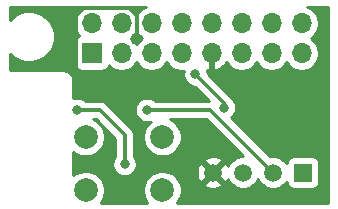
<source format=gbr>
%TF.GenerationSoftware,KiCad,Pcbnew,(5.1.7)-1*%
%TF.CreationDate,2021-01-13T16:49:05-03:00*%
%TF.ProjectId,Raspberry Pi Hat,52617370-6265-4727-9279-205069204861,-*%
%TF.SameCoordinates,Original*%
%TF.FileFunction,Copper,L2,Bot*%
%TF.FilePolarity,Positive*%
%FSLAX46Y46*%
G04 Gerber Fmt 4.6, Leading zero omitted, Abs format (unit mm)*
G04 Created by KiCad (PCBNEW (5.1.7)-1) date 2021-01-13 16:49:05*
%MOMM*%
%LPD*%
G01*
G04 APERTURE LIST*
%TA.AperFunction,ComponentPad*%
%ADD10C,2.000000*%
%TD*%
%TA.AperFunction,ComponentPad*%
%ADD11R,1.700000X1.700000*%
%TD*%
%TA.AperFunction,ComponentPad*%
%ADD12O,1.700000X1.700000*%
%TD*%
%TA.AperFunction,ComponentPad*%
%ADD13R,1.500000X1.500000*%
%TD*%
%TA.AperFunction,ComponentPad*%
%ADD14C,1.500000*%
%TD*%
%TA.AperFunction,ViaPad*%
%ADD15C,1.000000*%
%TD*%
%TA.AperFunction,ViaPad*%
%ADD16C,0.800000*%
%TD*%
%TA.AperFunction,Conductor*%
%ADD17C,0.300000*%
%TD*%
%TA.AperFunction,Conductor*%
%ADD18C,0.254000*%
%TD*%
%TA.AperFunction,Conductor*%
%ADD19C,0.100000*%
%TD*%
G04 APERTURE END LIST*
D10*
%TO.P,SW1,1*%
%TO.N,/3V3*%
X111400000Y-83800000D03*
%TO.P,SW1,2*%
%TO.N,/BUTTON*%
X111400000Y-88300000D03*
%TO.P,SW1,1*%
%TO.N,/3V3*%
X104900000Y-83800000D03*
%TO.P,SW1,2*%
%TO.N,/BUTTON*%
X104900000Y-88300000D03*
%TD*%
D11*
%TO.P,J1,1*%
%TO.N,/3V3*%
X105400000Y-76700000D03*
D12*
%TO.P,J1,2*%
%TO.N,N/C*%
X105400000Y-74160000D03*
%TO.P,J1,3*%
X107940000Y-76700000D03*
%TO.P,J1,4*%
X107940000Y-74160000D03*
%TO.P,J1,5*%
X110480000Y-76700000D03*
%TO.P,J1,6*%
%TO.N,GND*%
X110480000Y-74160000D03*
%TO.P,J1,7*%
%TO.N,Net-(J1-Pad7)*%
X113020000Y-76700000D03*
%TO.P,J1,8*%
%TO.N,/BUTTON*%
X113020000Y-74160000D03*
%TO.P,J1,9*%
%TO.N,GND*%
X115560000Y-76700000D03*
%TO.P,J1,10*%
%TO.N,N/C*%
X115560000Y-74160000D03*
%TO.P,J1,11*%
%TO.N,/DHT*%
X118100000Y-76700000D03*
%TO.P,J1,12*%
%TO.N,N/C*%
X118100000Y-74160000D03*
%TO.P,J1,13*%
X120640000Y-76700000D03*
%TO.P,J1,14*%
%TO.N,GND*%
X120640000Y-74160000D03*
%TO.P,J1,15*%
%TO.N,N/C*%
X123180000Y-76700000D03*
%TO.P,J1,16*%
X123180000Y-74160000D03*
%TD*%
D13*
%TO.P,U1,1*%
%TO.N,/3V3*%
X123300000Y-86800000D03*
D14*
%TO.P,U1,2*%
%TO.N,/DHT*%
X120760000Y-86800000D03*
%TO.P,U1,3*%
%TO.N,N/C*%
X118220000Y-86800000D03*
%TO.P,U1,4*%
%TO.N,GND*%
X115680000Y-86800000D03*
%TD*%
D15*
%TO.N,GND*%
X109200000Y-75500000D03*
X107800000Y-79900000D03*
D16*
%TO.N,Net-(J1-Pad7)*%
X114200000Y-78500000D03*
X116600000Y-81300000D03*
%TO.N,/DHT*%
X110100000Y-81500000D03*
%TO.N,/BUTTON*%
X108200000Y-86100000D03*
X104200000Y-81500000D03*
%TD*%
D17*
%TO.N,GND*%
X109240001Y-75459999D02*
X109200000Y-75500000D01*
X109240001Y-73535999D02*
X109240001Y-75459999D01*
X108564001Y-72859999D02*
X109240001Y-73535999D01*
X104775999Y-72859999D02*
X108564001Y-72859999D01*
X104099999Y-73535999D02*
X104775999Y-72859999D01*
X104099999Y-77910001D02*
X104099999Y-73535999D01*
X106089998Y-79900000D02*
X104099999Y-77910001D01*
X107800000Y-79900000D02*
X106089998Y-79900000D01*
%TO.N,Net-(J1-Pad7)*%
X116600000Y-80900000D02*
X116600000Y-81300000D01*
X114200000Y-78500000D02*
X116600000Y-80900000D01*
%TO.N,/BUTTON*%
X104200000Y-81500000D02*
X106100000Y-81500000D01*
X108200000Y-83600000D02*
X108200000Y-86100000D01*
X106100000Y-81500000D02*
X108200000Y-83600000D01*
%TO.N,/DHT*%
X115460000Y-81500000D02*
X120760000Y-86800000D01*
X110100000Y-81500000D02*
X115460000Y-81500000D01*
%TD*%
D18*
%TO.N,GND*%
X104696589Y-72844010D02*
X104453368Y-73006525D01*
X104246525Y-73213368D01*
X104084010Y-73456589D01*
X103972068Y-73726842D01*
X103915000Y-74013740D01*
X103915000Y-74306260D01*
X103972068Y-74593158D01*
X104084010Y-74863411D01*
X104246525Y-75106632D01*
X104378380Y-75238487D01*
X104305820Y-75260498D01*
X104195506Y-75319463D01*
X104098815Y-75398815D01*
X104019463Y-75495506D01*
X103960498Y-75605820D01*
X103924188Y-75725518D01*
X103911928Y-75850000D01*
X103911928Y-77550000D01*
X103924188Y-77674482D01*
X103960498Y-77794180D01*
X104019463Y-77904494D01*
X104098815Y-78001185D01*
X104195506Y-78080537D01*
X104305820Y-78139502D01*
X104425518Y-78175812D01*
X104550000Y-78188072D01*
X106250000Y-78188072D01*
X106374482Y-78175812D01*
X106494180Y-78139502D01*
X106604494Y-78080537D01*
X106701185Y-78001185D01*
X106780537Y-77904494D01*
X106839502Y-77794180D01*
X106861513Y-77721620D01*
X106993368Y-77853475D01*
X107236589Y-78015990D01*
X107506842Y-78127932D01*
X107793740Y-78185000D01*
X108086260Y-78185000D01*
X108373158Y-78127932D01*
X108643411Y-78015990D01*
X108886632Y-77853475D01*
X109093475Y-77646632D01*
X109210000Y-77472240D01*
X109326525Y-77646632D01*
X109533368Y-77853475D01*
X109776589Y-78015990D01*
X110046842Y-78127932D01*
X110333740Y-78185000D01*
X110626260Y-78185000D01*
X110913158Y-78127932D01*
X111183411Y-78015990D01*
X111426632Y-77853475D01*
X111633475Y-77646632D01*
X111750000Y-77472240D01*
X111866525Y-77646632D01*
X112073368Y-77853475D01*
X112316589Y-78015990D01*
X112586842Y-78127932D01*
X112873740Y-78185000D01*
X113166260Y-78185000D01*
X113214147Y-78175475D01*
X113204774Y-78198102D01*
X113165000Y-78398061D01*
X113165000Y-78601939D01*
X113204774Y-78801898D01*
X113282795Y-78990256D01*
X113396063Y-79159774D01*
X113540226Y-79303937D01*
X113709744Y-79417205D01*
X113898102Y-79495226D01*
X114098061Y-79535000D01*
X114124843Y-79535000D01*
X115304843Y-80715000D01*
X110778711Y-80715000D01*
X110759774Y-80696063D01*
X110590256Y-80582795D01*
X110401898Y-80504774D01*
X110201939Y-80465000D01*
X109998061Y-80465000D01*
X109798102Y-80504774D01*
X109609744Y-80582795D01*
X109440226Y-80696063D01*
X109296063Y-80840226D01*
X109182795Y-81009744D01*
X109104774Y-81198102D01*
X109065000Y-81398061D01*
X109065000Y-81601939D01*
X109104774Y-81801898D01*
X109182795Y-81990256D01*
X109296063Y-82159774D01*
X109440226Y-82303937D01*
X109609744Y-82417205D01*
X109798102Y-82495226D01*
X109998061Y-82535000D01*
X110201939Y-82535000D01*
X110401898Y-82495226D01*
X110422716Y-82486603D01*
X110357748Y-82530013D01*
X110130013Y-82757748D01*
X109951082Y-83025537D01*
X109827832Y-83323088D01*
X109765000Y-83638967D01*
X109765000Y-83961033D01*
X109827832Y-84276912D01*
X109951082Y-84574463D01*
X110130013Y-84842252D01*
X110357748Y-85069987D01*
X110625537Y-85248918D01*
X110923088Y-85372168D01*
X111238967Y-85435000D01*
X111561033Y-85435000D01*
X111876912Y-85372168D01*
X112174463Y-85248918D01*
X112442252Y-85069987D01*
X112669987Y-84842252D01*
X112848918Y-84574463D01*
X112972168Y-84276912D01*
X113035000Y-83961033D01*
X113035000Y-83638967D01*
X112972168Y-83323088D01*
X112848918Y-83025537D01*
X112669987Y-82757748D01*
X112442252Y-82530013D01*
X112174463Y-82351082D01*
X112014927Y-82285000D01*
X115134843Y-82285000D01*
X118264843Y-85415000D01*
X118083589Y-85415000D01*
X117816011Y-85468225D01*
X117563957Y-85572629D01*
X117337114Y-85724201D01*
X117144201Y-85917114D01*
X116992629Y-86143957D01*
X116951489Y-86243279D01*
X116936277Y-86201168D01*
X116875860Y-86088137D01*
X116636993Y-86022612D01*
X115859605Y-86800000D01*
X116636993Y-87577388D01*
X116875860Y-87511863D01*
X116950164Y-87353523D01*
X116992629Y-87456043D01*
X117144201Y-87682886D01*
X117337114Y-87875799D01*
X117563957Y-88027371D01*
X117816011Y-88131775D01*
X118083589Y-88185000D01*
X118356411Y-88185000D01*
X118623989Y-88131775D01*
X118876043Y-88027371D01*
X119102886Y-87875799D01*
X119295799Y-87682886D01*
X119447371Y-87456043D01*
X119490000Y-87353127D01*
X119532629Y-87456043D01*
X119684201Y-87682886D01*
X119877114Y-87875799D01*
X120103957Y-88027371D01*
X120356011Y-88131775D01*
X120623589Y-88185000D01*
X120896411Y-88185000D01*
X121163989Y-88131775D01*
X121416043Y-88027371D01*
X121642886Y-87875799D01*
X121835799Y-87682886D01*
X121913555Y-87566517D01*
X121924188Y-87674482D01*
X121960498Y-87794180D01*
X122019463Y-87904494D01*
X122098815Y-88001185D01*
X122195506Y-88080537D01*
X122305820Y-88139502D01*
X122425518Y-88175812D01*
X122550000Y-88188072D01*
X124050000Y-88188072D01*
X124174482Y-88175812D01*
X124294180Y-88139502D01*
X124404494Y-88080537D01*
X124501185Y-88001185D01*
X124580537Y-87904494D01*
X124639502Y-87794180D01*
X124675812Y-87674482D01*
X124688072Y-87550000D01*
X124688072Y-86050000D01*
X124675812Y-85925518D01*
X124639502Y-85805820D01*
X124580537Y-85695506D01*
X124501185Y-85598815D01*
X124404494Y-85519463D01*
X124294180Y-85460498D01*
X124174482Y-85424188D01*
X124050000Y-85411928D01*
X122550000Y-85411928D01*
X122425518Y-85424188D01*
X122305820Y-85460498D01*
X122195506Y-85519463D01*
X122098815Y-85598815D01*
X122019463Y-85695506D01*
X121960498Y-85805820D01*
X121924188Y-85925518D01*
X121913555Y-86033483D01*
X121835799Y-85917114D01*
X121642886Y-85724201D01*
X121416043Y-85572629D01*
X121163989Y-85468225D01*
X120896411Y-85415000D01*
X120623589Y-85415000D01*
X120508125Y-85437968D01*
X117208413Y-82138256D01*
X117259774Y-82103937D01*
X117403937Y-81959774D01*
X117517205Y-81790256D01*
X117595226Y-81601898D01*
X117635000Y-81401939D01*
X117635000Y-81198061D01*
X117595226Y-80998102D01*
X117517205Y-80809744D01*
X117403937Y-80640226D01*
X117290750Y-80527039D01*
X117255862Y-80461767D01*
X117157764Y-80342236D01*
X117127811Y-80317654D01*
X115235000Y-78424843D01*
X115235000Y-78398061D01*
X115195226Y-78198102D01*
X115167267Y-78130604D01*
X115203110Y-78141476D01*
X115433000Y-78020155D01*
X115433000Y-76827000D01*
X115413000Y-76827000D01*
X115413000Y-76573000D01*
X115433000Y-76573000D01*
X115433000Y-76553000D01*
X115687000Y-76553000D01*
X115687000Y-76573000D01*
X115707000Y-76573000D01*
X115707000Y-76827000D01*
X115687000Y-76827000D01*
X115687000Y-78020155D01*
X115916890Y-78141476D01*
X116064099Y-78096825D01*
X116326920Y-77971641D01*
X116560269Y-77797588D01*
X116755178Y-77581355D01*
X116824805Y-77464466D01*
X116946525Y-77646632D01*
X117153368Y-77853475D01*
X117396589Y-78015990D01*
X117666842Y-78127932D01*
X117953740Y-78185000D01*
X118246260Y-78185000D01*
X118533158Y-78127932D01*
X118803411Y-78015990D01*
X119046632Y-77853475D01*
X119253475Y-77646632D01*
X119370000Y-77472240D01*
X119486525Y-77646632D01*
X119693368Y-77853475D01*
X119936589Y-78015990D01*
X120206842Y-78127932D01*
X120493740Y-78185000D01*
X120786260Y-78185000D01*
X121073158Y-78127932D01*
X121343411Y-78015990D01*
X121586632Y-77853475D01*
X121793475Y-77646632D01*
X121910000Y-77472240D01*
X122026525Y-77646632D01*
X122233368Y-77853475D01*
X122476589Y-78015990D01*
X122746842Y-78127932D01*
X123033740Y-78185000D01*
X123326260Y-78185000D01*
X123613158Y-78127932D01*
X123883411Y-78015990D01*
X124126632Y-77853475D01*
X124333475Y-77646632D01*
X124495990Y-77403411D01*
X124607932Y-77133158D01*
X124665000Y-76846260D01*
X124665000Y-76553740D01*
X124607932Y-76266842D01*
X124495990Y-75996589D01*
X124333475Y-75753368D01*
X124126632Y-75546525D01*
X123952240Y-75430000D01*
X124126632Y-75313475D01*
X124333475Y-75106632D01*
X124495990Y-74863411D01*
X124607932Y-74593158D01*
X124665000Y-74306260D01*
X124665000Y-74013740D01*
X124607932Y-73726842D01*
X124495990Y-73456589D01*
X124333475Y-73213368D01*
X124126632Y-73006525D01*
X123883411Y-72844010D01*
X123680592Y-72760000D01*
X125440000Y-72760000D01*
X125440001Y-89340000D01*
X112671492Y-89340000D01*
X112848918Y-89074463D01*
X112972168Y-88776912D01*
X113035000Y-88461033D01*
X113035000Y-88138967D01*
X112972168Y-87823088D01*
X112944791Y-87756993D01*
X114902612Y-87756993D01*
X114968137Y-87995860D01*
X115215116Y-88111760D01*
X115479960Y-88177250D01*
X115752492Y-88189812D01*
X116022238Y-88148965D01*
X116278832Y-88056277D01*
X116391863Y-87995860D01*
X116457388Y-87756993D01*
X115680000Y-86979605D01*
X114902612Y-87756993D01*
X112944791Y-87756993D01*
X112848918Y-87525537D01*
X112669987Y-87257748D01*
X112442252Y-87030013D01*
X112206506Y-86872492D01*
X114290188Y-86872492D01*
X114331035Y-87142238D01*
X114423723Y-87398832D01*
X114484140Y-87511863D01*
X114723007Y-87577388D01*
X115500395Y-86800000D01*
X114723007Y-86022612D01*
X114484140Y-86088137D01*
X114368240Y-86335116D01*
X114302750Y-86599960D01*
X114290188Y-86872492D01*
X112206506Y-86872492D01*
X112174463Y-86851082D01*
X111876912Y-86727832D01*
X111561033Y-86665000D01*
X111238967Y-86665000D01*
X110923088Y-86727832D01*
X110625537Y-86851082D01*
X110357748Y-87030013D01*
X110130013Y-87257748D01*
X109951082Y-87525537D01*
X109827832Y-87823088D01*
X109765000Y-88138967D01*
X109765000Y-88461033D01*
X109827832Y-88776912D01*
X109951082Y-89074463D01*
X110128508Y-89340000D01*
X106171492Y-89340000D01*
X106348918Y-89074463D01*
X106472168Y-88776912D01*
X106535000Y-88461033D01*
X106535000Y-88138967D01*
X106472168Y-87823088D01*
X106348918Y-87525537D01*
X106169987Y-87257748D01*
X105942252Y-87030013D01*
X105674463Y-86851082D01*
X105376912Y-86727832D01*
X105061033Y-86665000D01*
X104738967Y-86665000D01*
X104423088Y-86727832D01*
X104125537Y-86851082D01*
X103860000Y-87028508D01*
X103860000Y-85071492D01*
X104125537Y-85248918D01*
X104423088Y-85372168D01*
X104738967Y-85435000D01*
X105061033Y-85435000D01*
X105376912Y-85372168D01*
X105674463Y-85248918D01*
X105942252Y-85069987D01*
X106169987Y-84842252D01*
X106348918Y-84574463D01*
X106472168Y-84276912D01*
X106535000Y-83961033D01*
X106535000Y-83638967D01*
X106472168Y-83323088D01*
X106348918Y-83025537D01*
X106169987Y-82757748D01*
X105942252Y-82530013D01*
X105674463Y-82351082D01*
X105514927Y-82285000D01*
X105774843Y-82285000D01*
X107415000Y-83925158D01*
X107415001Y-85421288D01*
X107396063Y-85440226D01*
X107282795Y-85609744D01*
X107204774Y-85798102D01*
X107165000Y-85998061D01*
X107165000Y-86201939D01*
X107204774Y-86401898D01*
X107282795Y-86590256D01*
X107396063Y-86759774D01*
X107540226Y-86903937D01*
X107709744Y-87017205D01*
X107898102Y-87095226D01*
X108098061Y-87135000D01*
X108301939Y-87135000D01*
X108501898Y-87095226D01*
X108690256Y-87017205D01*
X108859774Y-86903937D01*
X109003937Y-86759774D01*
X109117205Y-86590256D01*
X109195226Y-86401898D01*
X109235000Y-86201939D01*
X109235000Y-85998061D01*
X109204159Y-85843007D01*
X114902612Y-85843007D01*
X115680000Y-86620395D01*
X116457388Y-85843007D01*
X116391863Y-85604140D01*
X116144884Y-85488240D01*
X115880040Y-85422750D01*
X115607508Y-85410188D01*
X115337762Y-85451035D01*
X115081168Y-85543723D01*
X114968137Y-85604140D01*
X114902612Y-85843007D01*
X109204159Y-85843007D01*
X109195226Y-85798102D01*
X109117205Y-85609744D01*
X109003937Y-85440226D01*
X108985000Y-85421289D01*
X108985000Y-83638552D01*
X108988797Y-83599999D01*
X108985000Y-83561446D01*
X108985000Y-83561439D01*
X108973641Y-83446113D01*
X108928754Y-83298140D01*
X108855862Y-83161767D01*
X108757764Y-83042236D01*
X108727817Y-83017659D01*
X106682347Y-80972190D01*
X106657764Y-80942236D01*
X106538233Y-80844138D01*
X106401860Y-80771246D01*
X106253887Y-80726359D01*
X106138561Y-80715000D01*
X106138553Y-80715000D01*
X106100000Y-80711203D01*
X106061447Y-80715000D01*
X104878711Y-80715000D01*
X104859774Y-80696063D01*
X104690256Y-80582795D01*
X104501898Y-80504774D01*
X104301939Y-80465000D01*
X104098061Y-80465000D01*
X103898102Y-80504774D01*
X103860000Y-80520556D01*
X103860000Y-78967581D01*
X103857271Y-78939877D01*
X103857279Y-78938789D01*
X103856380Y-78929618D01*
X103854488Y-78911619D01*
X103850450Y-78870617D01*
X103843359Y-78847242D01*
X103840276Y-78832222D01*
X103829064Y-78773443D01*
X103826400Y-78764621D01*
X103814858Y-78727334D01*
X103791686Y-78672208D01*
X103769271Y-78616727D01*
X103764944Y-78608591D01*
X103764943Y-78608588D01*
X103764940Y-78608583D01*
X103746379Y-78574254D01*
X103712928Y-78524661D01*
X103680165Y-78474594D01*
X103674340Y-78467453D01*
X103649459Y-78437378D01*
X103607020Y-78395235D01*
X103565162Y-78352492D01*
X103558061Y-78346618D01*
X103527812Y-78321949D01*
X103478042Y-78288883D01*
X103428638Y-78255054D01*
X103420531Y-78250672D01*
X103386067Y-78232347D01*
X103330785Y-78209561D01*
X103275782Y-78185986D01*
X103266979Y-78183261D01*
X103229612Y-78171979D01*
X103170927Y-78160359D01*
X103151175Y-78156161D01*
X103129383Y-78149550D01*
X103105888Y-78147236D01*
X103103252Y-78146959D01*
X103064405Y-78143150D01*
X103064402Y-78143150D01*
X103032419Y-78140000D01*
X98460000Y-78140000D01*
X98460000Y-76728140D01*
X98717023Y-76985163D01*
X99072355Y-77222588D01*
X99467179Y-77386130D01*
X99886323Y-77469503D01*
X100313677Y-77469503D01*
X100732821Y-77386130D01*
X101127645Y-77222588D01*
X101482977Y-76985163D01*
X101785163Y-76682977D01*
X102022588Y-76327645D01*
X102186130Y-75932821D01*
X102269503Y-75513677D01*
X102269503Y-75086323D01*
X102186130Y-74667179D01*
X102022588Y-74272355D01*
X101785163Y-73917023D01*
X101482977Y-73614837D01*
X101127645Y-73377412D01*
X100732821Y-73213870D01*
X100313677Y-73130497D01*
X99886323Y-73130497D01*
X99467179Y-73213870D01*
X99072355Y-73377412D01*
X98717023Y-73614837D01*
X98460000Y-73871860D01*
X98460000Y-72760000D01*
X104899408Y-72760000D01*
X104696589Y-72844010D01*
%TA.AperFunction,Conductor*%
D19*
G36*
X104696589Y-72844010D02*
G01*
X104453368Y-73006525D01*
X104246525Y-73213368D01*
X104084010Y-73456589D01*
X103972068Y-73726842D01*
X103915000Y-74013740D01*
X103915000Y-74306260D01*
X103972068Y-74593158D01*
X104084010Y-74863411D01*
X104246525Y-75106632D01*
X104378380Y-75238487D01*
X104305820Y-75260498D01*
X104195506Y-75319463D01*
X104098815Y-75398815D01*
X104019463Y-75495506D01*
X103960498Y-75605820D01*
X103924188Y-75725518D01*
X103911928Y-75850000D01*
X103911928Y-77550000D01*
X103924188Y-77674482D01*
X103960498Y-77794180D01*
X104019463Y-77904494D01*
X104098815Y-78001185D01*
X104195506Y-78080537D01*
X104305820Y-78139502D01*
X104425518Y-78175812D01*
X104550000Y-78188072D01*
X106250000Y-78188072D01*
X106374482Y-78175812D01*
X106494180Y-78139502D01*
X106604494Y-78080537D01*
X106701185Y-78001185D01*
X106780537Y-77904494D01*
X106839502Y-77794180D01*
X106861513Y-77721620D01*
X106993368Y-77853475D01*
X107236589Y-78015990D01*
X107506842Y-78127932D01*
X107793740Y-78185000D01*
X108086260Y-78185000D01*
X108373158Y-78127932D01*
X108643411Y-78015990D01*
X108886632Y-77853475D01*
X109093475Y-77646632D01*
X109210000Y-77472240D01*
X109326525Y-77646632D01*
X109533368Y-77853475D01*
X109776589Y-78015990D01*
X110046842Y-78127932D01*
X110333740Y-78185000D01*
X110626260Y-78185000D01*
X110913158Y-78127932D01*
X111183411Y-78015990D01*
X111426632Y-77853475D01*
X111633475Y-77646632D01*
X111750000Y-77472240D01*
X111866525Y-77646632D01*
X112073368Y-77853475D01*
X112316589Y-78015990D01*
X112586842Y-78127932D01*
X112873740Y-78185000D01*
X113166260Y-78185000D01*
X113214147Y-78175475D01*
X113204774Y-78198102D01*
X113165000Y-78398061D01*
X113165000Y-78601939D01*
X113204774Y-78801898D01*
X113282795Y-78990256D01*
X113396063Y-79159774D01*
X113540226Y-79303937D01*
X113709744Y-79417205D01*
X113898102Y-79495226D01*
X114098061Y-79535000D01*
X114124843Y-79535000D01*
X115304843Y-80715000D01*
X110778711Y-80715000D01*
X110759774Y-80696063D01*
X110590256Y-80582795D01*
X110401898Y-80504774D01*
X110201939Y-80465000D01*
X109998061Y-80465000D01*
X109798102Y-80504774D01*
X109609744Y-80582795D01*
X109440226Y-80696063D01*
X109296063Y-80840226D01*
X109182795Y-81009744D01*
X109104774Y-81198102D01*
X109065000Y-81398061D01*
X109065000Y-81601939D01*
X109104774Y-81801898D01*
X109182795Y-81990256D01*
X109296063Y-82159774D01*
X109440226Y-82303937D01*
X109609744Y-82417205D01*
X109798102Y-82495226D01*
X109998061Y-82535000D01*
X110201939Y-82535000D01*
X110401898Y-82495226D01*
X110422716Y-82486603D01*
X110357748Y-82530013D01*
X110130013Y-82757748D01*
X109951082Y-83025537D01*
X109827832Y-83323088D01*
X109765000Y-83638967D01*
X109765000Y-83961033D01*
X109827832Y-84276912D01*
X109951082Y-84574463D01*
X110130013Y-84842252D01*
X110357748Y-85069987D01*
X110625537Y-85248918D01*
X110923088Y-85372168D01*
X111238967Y-85435000D01*
X111561033Y-85435000D01*
X111876912Y-85372168D01*
X112174463Y-85248918D01*
X112442252Y-85069987D01*
X112669987Y-84842252D01*
X112848918Y-84574463D01*
X112972168Y-84276912D01*
X113035000Y-83961033D01*
X113035000Y-83638967D01*
X112972168Y-83323088D01*
X112848918Y-83025537D01*
X112669987Y-82757748D01*
X112442252Y-82530013D01*
X112174463Y-82351082D01*
X112014927Y-82285000D01*
X115134843Y-82285000D01*
X118264843Y-85415000D01*
X118083589Y-85415000D01*
X117816011Y-85468225D01*
X117563957Y-85572629D01*
X117337114Y-85724201D01*
X117144201Y-85917114D01*
X116992629Y-86143957D01*
X116951489Y-86243279D01*
X116936277Y-86201168D01*
X116875860Y-86088137D01*
X116636993Y-86022612D01*
X115859605Y-86800000D01*
X116636993Y-87577388D01*
X116875860Y-87511863D01*
X116950164Y-87353523D01*
X116992629Y-87456043D01*
X117144201Y-87682886D01*
X117337114Y-87875799D01*
X117563957Y-88027371D01*
X117816011Y-88131775D01*
X118083589Y-88185000D01*
X118356411Y-88185000D01*
X118623989Y-88131775D01*
X118876043Y-88027371D01*
X119102886Y-87875799D01*
X119295799Y-87682886D01*
X119447371Y-87456043D01*
X119490000Y-87353127D01*
X119532629Y-87456043D01*
X119684201Y-87682886D01*
X119877114Y-87875799D01*
X120103957Y-88027371D01*
X120356011Y-88131775D01*
X120623589Y-88185000D01*
X120896411Y-88185000D01*
X121163989Y-88131775D01*
X121416043Y-88027371D01*
X121642886Y-87875799D01*
X121835799Y-87682886D01*
X121913555Y-87566517D01*
X121924188Y-87674482D01*
X121960498Y-87794180D01*
X122019463Y-87904494D01*
X122098815Y-88001185D01*
X122195506Y-88080537D01*
X122305820Y-88139502D01*
X122425518Y-88175812D01*
X122550000Y-88188072D01*
X124050000Y-88188072D01*
X124174482Y-88175812D01*
X124294180Y-88139502D01*
X124404494Y-88080537D01*
X124501185Y-88001185D01*
X124580537Y-87904494D01*
X124639502Y-87794180D01*
X124675812Y-87674482D01*
X124688072Y-87550000D01*
X124688072Y-86050000D01*
X124675812Y-85925518D01*
X124639502Y-85805820D01*
X124580537Y-85695506D01*
X124501185Y-85598815D01*
X124404494Y-85519463D01*
X124294180Y-85460498D01*
X124174482Y-85424188D01*
X124050000Y-85411928D01*
X122550000Y-85411928D01*
X122425518Y-85424188D01*
X122305820Y-85460498D01*
X122195506Y-85519463D01*
X122098815Y-85598815D01*
X122019463Y-85695506D01*
X121960498Y-85805820D01*
X121924188Y-85925518D01*
X121913555Y-86033483D01*
X121835799Y-85917114D01*
X121642886Y-85724201D01*
X121416043Y-85572629D01*
X121163989Y-85468225D01*
X120896411Y-85415000D01*
X120623589Y-85415000D01*
X120508125Y-85437968D01*
X117208413Y-82138256D01*
X117259774Y-82103937D01*
X117403937Y-81959774D01*
X117517205Y-81790256D01*
X117595226Y-81601898D01*
X117635000Y-81401939D01*
X117635000Y-81198061D01*
X117595226Y-80998102D01*
X117517205Y-80809744D01*
X117403937Y-80640226D01*
X117290750Y-80527039D01*
X117255862Y-80461767D01*
X117157764Y-80342236D01*
X117127811Y-80317654D01*
X115235000Y-78424843D01*
X115235000Y-78398061D01*
X115195226Y-78198102D01*
X115167267Y-78130604D01*
X115203110Y-78141476D01*
X115433000Y-78020155D01*
X115433000Y-76827000D01*
X115413000Y-76827000D01*
X115413000Y-76573000D01*
X115433000Y-76573000D01*
X115433000Y-76553000D01*
X115687000Y-76553000D01*
X115687000Y-76573000D01*
X115707000Y-76573000D01*
X115707000Y-76827000D01*
X115687000Y-76827000D01*
X115687000Y-78020155D01*
X115916890Y-78141476D01*
X116064099Y-78096825D01*
X116326920Y-77971641D01*
X116560269Y-77797588D01*
X116755178Y-77581355D01*
X116824805Y-77464466D01*
X116946525Y-77646632D01*
X117153368Y-77853475D01*
X117396589Y-78015990D01*
X117666842Y-78127932D01*
X117953740Y-78185000D01*
X118246260Y-78185000D01*
X118533158Y-78127932D01*
X118803411Y-78015990D01*
X119046632Y-77853475D01*
X119253475Y-77646632D01*
X119370000Y-77472240D01*
X119486525Y-77646632D01*
X119693368Y-77853475D01*
X119936589Y-78015990D01*
X120206842Y-78127932D01*
X120493740Y-78185000D01*
X120786260Y-78185000D01*
X121073158Y-78127932D01*
X121343411Y-78015990D01*
X121586632Y-77853475D01*
X121793475Y-77646632D01*
X121910000Y-77472240D01*
X122026525Y-77646632D01*
X122233368Y-77853475D01*
X122476589Y-78015990D01*
X122746842Y-78127932D01*
X123033740Y-78185000D01*
X123326260Y-78185000D01*
X123613158Y-78127932D01*
X123883411Y-78015990D01*
X124126632Y-77853475D01*
X124333475Y-77646632D01*
X124495990Y-77403411D01*
X124607932Y-77133158D01*
X124665000Y-76846260D01*
X124665000Y-76553740D01*
X124607932Y-76266842D01*
X124495990Y-75996589D01*
X124333475Y-75753368D01*
X124126632Y-75546525D01*
X123952240Y-75430000D01*
X124126632Y-75313475D01*
X124333475Y-75106632D01*
X124495990Y-74863411D01*
X124607932Y-74593158D01*
X124665000Y-74306260D01*
X124665000Y-74013740D01*
X124607932Y-73726842D01*
X124495990Y-73456589D01*
X124333475Y-73213368D01*
X124126632Y-73006525D01*
X123883411Y-72844010D01*
X123680592Y-72760000D01*
X125440000Y-72760000D01*
X125440001Y-89340000D01*
X112671492Y-89340000D01*
X112848918Y-89074463D01*
X112972168Y-88776912D01*
X113035000Y-88461033D01*
X113035000Y-88138967D01*
X112972168Y-87823088D01*
X112944791Y-87756993D01*
X114902612Y-87756993D01*
X114968137Y-87995860D01*
X115215116Y-88111760D01*
X115479960Y-88177250D01*
X115752492Y-88189812D01*
X116022238Y-88148965D01*
X116278832Y-88056277D01*
X116391863Y-87995860D01*
X116457388Y-87756993D01*
X115680000Y-86979605D01*
X114902612Y-87756993D01*
X112944791Y-87756993D01*
X112848918Y-87525537D01*
X112669987Y-87257748D01*
X112442252Y-87030013D01*
X112206506Y-86872492D01*
X114290188Y-86872492D01*
X114331035Y-87142238D01*
X114423723Y-87398832D01*
X114484140Y-87511863D01*
X114723007Y-87577388D01*
X115500395Y-86800000D01*
X114723007Y-86022612D01*
X114484140Y-86088137D01*
X114368240Y-86335116D01*
X114302750Y-86599960D01*
X114290188Y-86872492D01*
X112206506Y-86872492D01*
X112174463Y-86851082D01*
X111876912Y-86727832D01*
X111561033Y-86665000D01*
X111238967Y-86665000D01*
X110923088Y-86727832D01*
X110625537Y-86851082D01*
X110357748Y-87030013D01*
X110130013Y-87257748D01*
X109951082Y-87525537D01*
X109827832Y-87823088D01*
X109765000Y-88138967D01*
X109765000Y-88461033D01*
X109827832Y-88776912D01*
X109951082Y-89074463D01*
X110128508Y-89340000D01*
X106171492Y-89340000D01*
X106348918Y-89074463D01*
X106472168Y-88776912D01*
X106535000Y-88461033D01*
X106535000Y-88138967D01*
X106472168Y-87823088D01*
X106348918Y-87525537D01*
X106169987Y-87257748D01*
X105942252Y-87030013D01*
X105674463Y-86851082D01*
X105376912Y-86727832D01*
X105061033Y-86665000D01*
X104738967Y-86665000D01*
X104423088Y-86727832D01*
X104125537Y-86851082D01*
X103860000Y-87028508D01*
X103860000Y-85071492D01*
X104125537Y-85248918D01*
X104423088Y-85372168D01*
X104738967Y-85435000D01*
X105061033Y-85435000D01*
X105376912Y-85372168D01*
X105674463Y-85248918D01*
X105942252Y-85069987D01*
X106169987Y-84842252D01*
X106348918Y-84574463D01*
X106472168Y-84276912D01*
X106535000Y-83961033D01*
X106535000Y-83638967D01*
X106472168Y-83323088D01*
X106348918Y-83025537D01*
X106169987Y-82757748D01*
X105942252Y-82530013D01*
X105674463Y-82351082D01*
X105514927Y-82285000D01*
X105774843Y-82285000D01*
X107415000Y-83925158D01*
X107415001Y-85421288D01*
X107396063Y-85440226D01*
X107282795Y-85609744D01*
X107204774Y-85798102D01*
X107165000Y-85998061D01*
X107165000Y-86201939D01*
X107204774Y-86401898D01*
X107282795Y-86590256D01*
X107396063Y-86759774D01*
X107540226Y-86903937D01*
X107709744Y-87017205D01*
X107898102Y-87095226D01*
X108098061Y-87135000D01*
X108301939Y-87135000D01*
X108501898Y-87095226D01*
X108690256Y-87017205D01*
X108859774Y-86903937D01*
X109003937Y-86759774D01*
X109117205Y-86590256D01*
X109195226Y-86401898D01*
X109235000Y-86201939D01*
X109235000Y-85998061D01*
X109204159Y-85843007D01*
X114902612Y-85843007D01*
X115680000Y-86620395D01*
X116457388Y-85843007D01*
X116391863Y-85604140D01*
X116144884Y-85488240D01*
X115880040Y-85422750D01*
X115607508Y-85410188D01*
X115337762Y-85451035D01*
X115081168Y-85543723D01*
X114968137Y-85604140D01*
X114902612Y-85843007D01*
X109204159Y-85843007D01*
X109195226Y-85798102D01*
X109117205Y-85609744D01*
X109003937Y-85440226D01*
X108985000Y-85421289D01*
X108985000Y-83638552D01*
X108988797Y-83599999D01*
X108985000Y-83561446D01*
X108985000Y-83561439D01*
X108973641Y-83446113D01*
X108928754Y-83298140D01*
X108855862Y-83161767D01*
X108757764Y-83042236D01*
X108727817Y-83017659D01*
X106682347Y-80972190D01*
X106657764Y-80942236D01*
X106538233Y-80844138D01*
X106401860Y-80771246D01*
X106253887Y-80726359D01*
X106138561Y-80715000D01*
X106138553Y-80715000D01*
X106100000Y-80711203D01*
X106061447Y-80715000D01*
X104878711Y-80715000D01*
X104859774Y-80696063D01*
X104690256Y-80582795D01*
X104501898Y-80504774D01*
X104301939Y-80465000D01*
X104098061Y-80465000D01*
X103898102Y-80504774D01*
X103860000Y-80520556D01*
X103860000Y-78967581D01*
X103857271Y-78939877D01*
X103857279Y-78938789D01*
X103856380Y-78929618D01*
X103854488Y-78911619D01*
X103850450Y-78870617D01*
X103843359Y-78847242D01*
X103840276Y-78832222D01*
X103829064Y-78773443D01*
X103826400Y-78764621D01*
X103814858Y-78727334D01*
X103791686Y-78672208D01*
X103769271Y-78616727D01*
X103764944Y-78608591D01*
X103764943Y-78608588D01*
X103764940Y-78608583D01*
X103746379Y-78574254D01*
X103712928Y-78524661D01*
X103680165Y-78474594D01*
X103674340Y-78467453D01*
X103649459Y-78437378D01*
X103607020Y-78395235D01*
X103565162Y-78352492D01*
X103558061Y-78346618D01*
X103527812Y-78321949D01*
X103478042Y-78288883D01*
X103428638Y-78255054D01*
X103420531Y-78250672D01*
X103386067Y-78232347D01*
X103330785Y-78209561D01*
X103275782Y-78185986D01*
X103266979Y-78183261D01*
X103229612Y-78171979D01*
X103170927Y-78160359D01*
X103151175Y-78156161D01*
X103129383Y-78149550D01*
X103105888Y-78147236D01*
X103103252Y-78146959D01*
X103064405Y-78143150D01*
X103064402Y-78143150D01*
X103032419Y-78140000D01*
X98460000Y-78140000D01*
X98460000Y-76728140D01*
X98717023Y-76985163D01*
X99072355Y-77222588D01*
X99467179Y-77386130D01*
X99886323Y-77469503D01*
X100313677Y-77469503D01*
X100732821Y-77386130D01*
X101127645Y-77222588D01*
X101482977Y-76985163D01*
X101785163Y-76682977D01*
X102022588Y-76327645D01*
X102186130Y-75932821D01*
X102269503Y-75513677D01*
X102269503Y-75086323D01*
X102186130Y-74667179D01*
X102022588Y-74272355D01*
X101785163Y-73917023D01*
X101482977Y-73614837D01*
X101127645Y-73377412D01*
X100732821Y-73213870D01*
X100313677Y-73130497D01*
X99886323Y-73130497D01*
X99467179Y-73213870D01*
X99072355Y-73377412D01*
X98717023Y-73614837D01*
X98460000Y-73871860D01*
X98460000Y-72760000D01*
X104899408Y-72760000D01*
X104696589Y-72844010D01*
G37*
%TD.AperFunction*%
D18*
X109284822Y-75041355D02*
X109479731Y-75257588D01*
X109709406Y-75428900D01*
X109533368Y-75546525D01*
X109326525Y-75753368D01*
X109210000Y-75927760D01*
X109093475Y-75753368D01*
X108886632Y-75546525D01*
X108712240Y-75430000D01*
X108886632Y-75313475D01*
X109093475Y-75106632D01*
X109215195Y-74924466D01*
X109284822Y-75041355D01*
%TA.AperFunction,Conductor*%
D19*
G36*
X109284822Y-75041355D02*
G01*
X109479731Y-75257588D01*
X109709406Y-75428900D01*
X109533368Y-75546525D01*
X109326525Y-75753368D01*
X109210000Y-75927760D01*
X109093475Y-75753368D01*
X108886632Y-75546525D01*
X108712240Y-75430000D01*
X108886632Y-75313475D01*
X109093475Y-75106632D01*
X109215195Y-74924466D01*
X109284822Y-75041355D01*
G37*
%TD.AperFunction*%
D18*
X120767000Y-74033000D02*
X120787000Y-74033000D01*
X120787000Y-74287000D01*
X120767000Y-74287000D01*
X120767000Y-74307000D01*
X120513000Y-74307000D01*
X120513000Y-74287000D01*
X120493000Y-74287000D01*
X120493000Y-74033000D01*
X120513000Y-74033000D01*
X120513000Y-74013000D01*
X120767000Y-74013000D01*
X120767000Y-74033000D01*
%TA.AperFunction,Conductor*%
D19*
G36*
X120767000Y-74033000D02*
G01*
X120787000Y-74033000D01*
X120787000Y-74287000D01*
X120767000Y-74287000D01*
X120767000Y-74307000D01*
X120513000Y-74307000D01*
X120513000Y-74287000D01*
X120493000Y-74287000D01*
X120493000Y-74033000D01*
X120513000Y-74033000D01*
X120513000Y-74013000D01*
X120767000Y-74013000D01*
X120767000Y-74033000D01*
G37*
%TD.AperFunction*%
D18*
X110607000Y-74033000D02*
X110627000Y-74033000D01*
X110627000Y-74287000D01*
X110607000Y-74287000D01*
X110607000Y-74307000D01*
X110353000Y-74307000D01*
X110353000Y-74287000D01*
X110333000Y-74287000D01*
X110333000Y-74033000D01*
X110353000Y-74033000D01*
X110353000Y-74013000D01*
X110607000Y-74013000D01*
X110607000Y-74033000D01*
%TA.AperFunction,Conductor*%
D19*
G36*
X110607000Y-74033000D02*
G01*
X110627000Y-74033000D01*
X110627000Y-74287000D01*
X110607000Y-74287000D01*
X110607000Y-74307000D01*
X110353000Y-74307000D01*
X110353000Y-74287000D01*
X110333000Y-74287000D01*
X110333000Y-74033000D01*
X110353000Y-74033000D01*
X110353000Y-74013000D01*
X110607000Y-74013000D01*
X110607000Y-74033000D01*
G37*
%TD.AperFunction*%
D18*
X109975901Y-72763175D02*
X109713080Y-72888359D01*
X109479731Y-73062412D01*
X109284822Y-73278645D01*
X109215195Y-73395534D01*
X109093475Y-73213368D01*
X108886632Y-73006525D01*
X108643411Y-72844010D01*
X108440592Y-72760000D01*
X109986369Y-72760000D01*
X109975901Y-72763175D01*
%TA.AperFunction,Conductor*%
D19*
G36*
X109975901Y-72763175D02*
G01*
X109713080Y-72888359D01*
X109479731Y-73062412D01*
X109284822Y-73278645D01*
X109215195Y-73395534D01*
X109093475Y-73213368D01*
X108886632Y-73006525D01*
X108643411Y-72844010D01*
X108440592Y-72760000D01*
X109986369Y-72760000D01*
X109975901Y-72763175D01*
G37*
%TD.AperFunction*%
%TD*%
M02*

</source>
